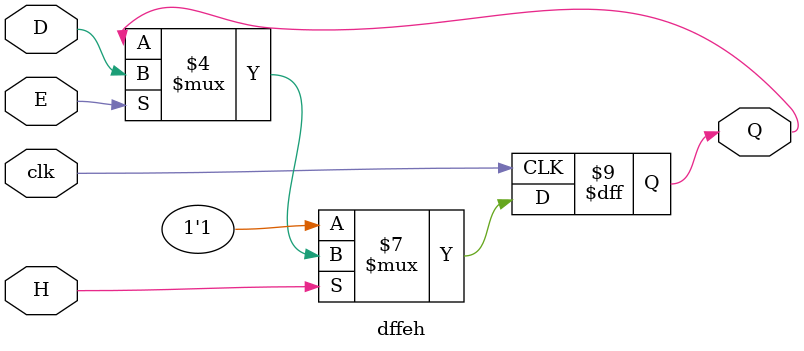
<source format=v>
module dffeh(D,clk,E,H,Q);
input D;      
input clk;   
input E;     
input H;      
output reg Q;     

always @(posedge clk) 

begin
	if (H == 1'b0) begin // sync. set active low
            Q <= 1'b1;
	end
	else if (E == 1'b1) begin
            Q <= D; 
        end
end 

endmodule 

</source>
